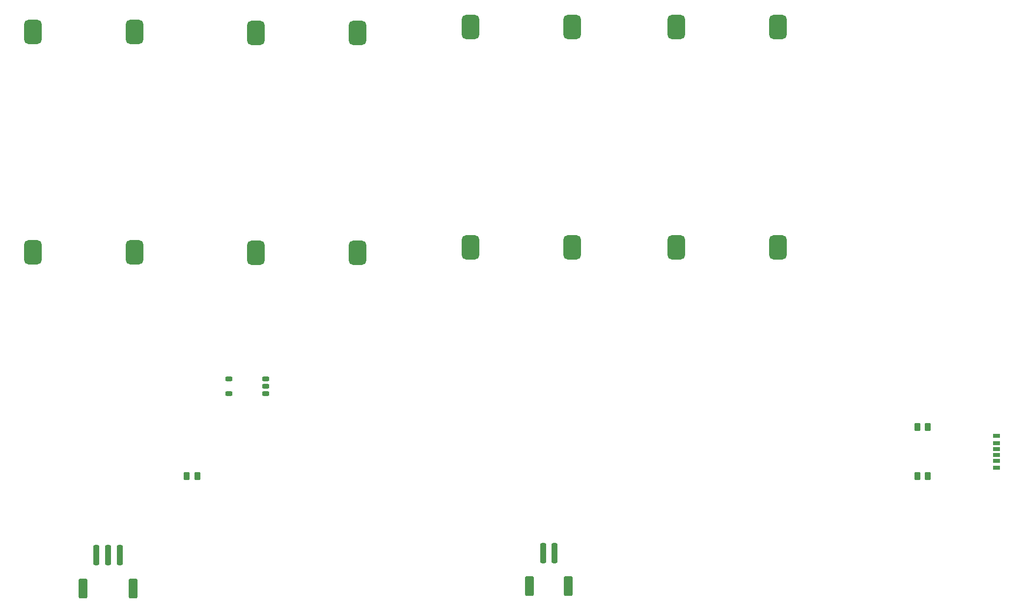
<source format=gbr>
%TF.GenerationSoftware,KiCad,Pcbnew,9.0.2*%
%TF.CreationDate,2026-02-24T05:03:32-05:00*%
%TF.ProjectId,PowerDistro_New,506f7765-7244-4697-9374-726f5f4e6577,rev?*%
%TF.SameCoordinates,Original*%
%TF.FileFunction,Paste,Top*%
%TF.FilePolarity,Positive*%
%FSLAX46Y46*%
G04 Gerber Fmt 4.6, Leading zero omitted, Abs format (unit mm)*
G04 Created by KiCad (PCBNEW 9.0.2) date 2026-02-24 05:03:32*
%MOMM*%
%LPD*%
G01*
G04 APERTURE LIST*
G04 Aperture macros list*
%AMRoundRect*
0 Rectangle with rounded corners*
0 $1 Rounding radius*
0 $2 $3 $4 $5 $6 $7 $8 $9 X,Y pos of 4 corners*
0 Add a 4 corners polygon primitive as box body*
4,1,4,$2,$3,$4,$5,$6,$7,$8,$9,$2,$3,0*
0 Add four circle primitives for the rounded corners*
1,1,$1+$1,$2,$3*
1,1,$1+$1,$4,$5*
1,1,$1+$1,$6,$7*
1,1,$1+$1,$8,$9*
0 Add four rect primitives between the rounded corners*
20,1,$1+$1,$2,$3,$4,$5,0*
20,1,$1+$1,$4,$5,$6,$7,0*
20,1,$1+$1,$6,$7,$8,$9,0*
20,1,$1+$1,$8,$9,$2,$3,0*%
G04 Aperture macros list end*
%ADD10RoundRect,0.750000X-0.750000X-1.350000X0.750000X-1.350000X0.750000X1.350000X-0.750000X1.350000X0*%
%ADD11RoundRect,0.250000X-0.262500X-0.450000X0.262500X-0.450000X0.262500X0.450000X-0.262500X0.450000X0*%
%ADD12RoundRect,0.250000X0.262500X0.450000X-0.262500X0.450000X-0.262500X-0.450000X0.262500X-0.450000X0*%
%ADD13RoundRect,0.250000X-0.250000X-1.500000X0.250000X-1.500000X0.250000X1.500000X-0.250000X1.500000X0*%
%ADD14RoundRect,0.250001X-0.499999X-1.449999X0.499999X-1.449999X0.499999X1.449999X-0.499999X1.449999X0*%
%ADD15R,1.200000X0.700000*%
%ADD16R,1.200000X0.760000*%
%ADD17R,1.200000X0.800000*%
%ADD18RoundRect,0.200000X-0.400000X-0.200000X0.400000X-0.200000X0.400000X0.200000X-0.400000X0.200000X0*%
G04 APERTURE END LIST*
D10*
%TO.C,U3*%
X154500000Y-36000000D03*
X137000000Y-36000000D03*
X154500000Y-74000000D03*
X137000000Y-74000000D03*
%TD*%
D11*
%TO.C,R2*%
X178500000Y-105000000D03*
X180325000Y-105000000D03*
%TD*%
D12*
%TO.C,R3*%
X180325000Y-113500000D03*
X178500000Y-113500000D03*
%TD*%
D13*
%TO.C,J2*%
X114000000Y-126750000D03*
X116000000Y-126750000D03*
D14*
X111650000Y-132500000D03*
X118350000Y-132500000D03*
%TD*%
D10*
%TO.C,U1*%
X43587500Y-36912500D03*
X26087500Y-36912500D03*
X43587500Y-74912500D03*
X26087500Y-74912500D03*
%TD*%
D15*
%TO.C,J7*%
X192157500Y-109820000D03*
D16*
X192157500Y-107800000D03*
D17*
X192157500Y-106570000D03*
D15*
X192157500Y-108820000D03*
D16*
X192157500Y-110840000D03*
D17*
X192157500Y-112070000D03*
%TD*%
D10*
%TO.C,U5*%
X119000000Y-36000000D03*
X101500000Y-36000000D03*
X119000000Y-74000000D03*
X101500000Y-74000000D03*
%TD*%
D18*
%TO.C,U4*%
X59850000Y-96730000D03*
X59850000Y-99270000D03*
X66150000Y-99270000D03*
X66150000Y-98000000D03*
X66150000Y-96730000D03*
%TD*%
D11*
%TO.C,R1*%
X52587500Y-113500000D03*
X54412500Y-113500000D03*
%TD*%
D13*
%TO.C,J3*%
X37000000Y-127150000D03*
X39000000Y-127150000D03*
X41000000Y-127150000D03*
D14*
X34650000Y-132900000D03*
X43350000Y-132900000D03*
%TD*%
D10*
%TO.C,U2*%
X82000000Y-37000000D03*
X64500000Y-37000000D03*
X82000000Y-75000000D03*
X64500000Y-75000000D03*
%TD*%
M02*

</source>
